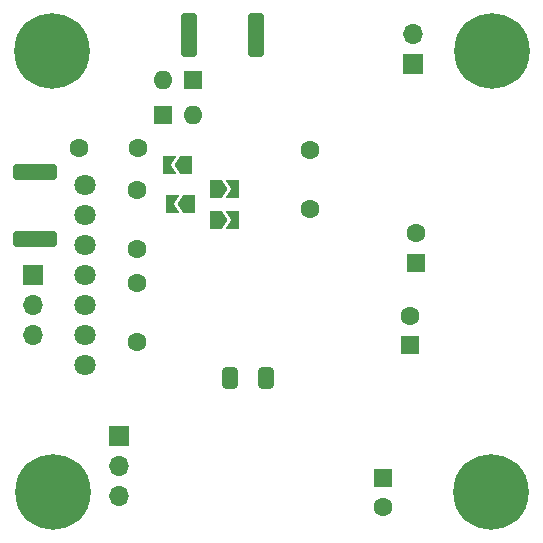
<source format=gbr>
%TF.GenerationSoftware,KiCad,Pcbnew,8.0.3-unknown-202406152119~3f4dc01d97~ubuntu22.04.1*%
%TF.CreationDate,2024-06-18T16:57:28+05:30*%
%TF.ProjectId,SDR-Board,5344522d-426f-4617-9264-2e6b69636164,rev?*%
%TF.SameCoordinates,Original*%
%TF.FileFunction,Soldermask,Bot*%
%TF.FilePolarity,Negative*%
%FSLAX46Y46*%
G04 Gerber Fmt 4.6, Leading zero omitted, Abs format (unit mm)*
G04 Created by KiCad (PCBNEW 8.0.3-unknown-202406152119~3f4dc01d97~ubuntu22.04.1) date 2024-06-18 16:57:28*
%MOMM*%
%LPD*%
G01*
G04 APERTURE LIST*
G04 Aperture macros list*
%AMRoundRect*
0 Rectangle with rounded corners*
0 $1 Rounding radius*
0 $2 $3 $4 $5 $6 $7 $8 $9 X,Y pos of 4 corners*
0 Add a 4 corners polygon primitive as box body*
4,1,4,$2,$3,$4,$5,$6,$7,$8,$9,$2,$3,0*
0 Add four circle primitives for the rounded corners*
1,1,$1+$1,$2,$3*
1,1,$1+$1,$4,$5*
1,1,$1+$1,$6,$7*
1,1,$1+$1,$8,$9*
0 Add four rect primitives between the rounded corners*
20,1,$1+$1,$2,$3,$4,$5,0*
20,1,$1+$1,$4,$5,$6,$7,0*
20,1,$1+$1,$6,$7,$8,$9,0*
20,1,$1+$1,$8,$9,$2,$3,0*%
%AMFreePoly0*
4,1,6,1.000000,0.000000,0.500000,-0.750000,-0.500000,-0.750000,-0.500000,0.750000,0.500000,0.750000,1.000000,0.000000,1.000000,0.000000,$1*%
%AMFreePoly1*
4,1,6,0.500000,-0.750000,-0.650000,-0.750000,-0.150000,0.000000,-0.650000,0.750000,0.500000,0.750000,0.500000,-0.750000,0.500000,-0.750000,$1*%
G04 Aperture macros list end*
%ADD10C,1.600000*%
%ADD11C,0.800000*%
%ADD12C,6.400000*%
%ADD13R,1.700000X1.700000*%
%ADD14O,1.700000X1.700000*%
%ADD15C,1.800000*%
%ADD16RoundRect,0.250000X0.425000X1.600000X-0.425000X1.600000X-0.425000X-1.600000X0.425000X-1.600000X0*%
%ADD17R,1.600000X1.600000*%
%ADD18O,1.600000X1.600000*%
%ADD19RoundRect,0.250000X-1.600000X0.425000X-1.600000X-0.425000X1.600000X-0.425000X1.600000X0.425000X0*%
%ADD20FreePoly0,0.000000*%
%ADD21FreePoly1,0.000000*%
%ADD22FreePoly0,180.000000*%
%ADD23FreePoly1,180.000000*%
%ADD24RoundRect,0.250000X0.412500X0.650000X-0.412500X0.650000X-0.412500X-0.650000X0.412500X-0.650000X0*%
G04 APERTURE END LIST*
D10*
%TO.C,C5*%
X97100000Y-65570000D03*
X102100000Y-65570000D03*
%TD*%
D11*
%TO.C,H4*%
X129552944Y-94697056D03*
X130255888Y-93000000D03*
X130255888Y-96394112D03*
X131952944Y-92297056D03*
D12*
X131952944Y-94697056D03*
D11*
X131952944Y-97097056D03*
X133650000Y-93000000D03*
X133650000Y-96394112D03*
X134352944Y-94697056D03*
%TD*%
D13*
%TO.C,J3*%
X100500000Y-89900000D03*
D14*
X100500000Y-92440000D03*
X100500000Y-94980000D03*
%TD*%
D15*
%TO.C,U1*%
X97600000Y-83880000D03*
X97600000Y-81340000D03*
X97600000Y-78800000D03*
X97600000Y-76260000D03*
X97600000Y-73720000D03*
X97600000Y-71180000D03*
X97600000Y-68640000D03*
%TD*%
D10*
%TO.C,C7*%
X102000000Y-82000000D03*
X102000000Y-77000000D03*
%TD*%
D16*
%TO.C,RX1*%
X106415000Y-55982500D03*
X112065000Y-55982500D03*
%TD*%
D17*
%TO.C,D3*%
X104244315Y-62750000D03*
D18*
X106784315Y-62750000D03*
%TD*%
D17*
%TO.C,C8*%
X125600000Y-75250000D03*
D10*
X125600000Y-72750000D03*
%TD*%
D11*
%TO.C,H2*%
X92402944Y-57302944D03*
X93105888Y-55605888D03*
X93105888Y-59000000D03*
X94802944Y-54902944D03*
D12*
X94802944Y-57302944D03*
D11*
X94802944Y-59702944D03*
X96500000Y-55605888D03*
X96500000Y-59000000D03*
X97202944Y-57302944D03*
%TD*%
D17*
%TO.C,C15*%
X122820000Y-93484888D03*
D10*
X122820000Y-95984888D03*
%TD*%
D13*
%TO.C,J1*%
X93200000Y-76275000D03*
D14*
X93200000Y-78815000D03*
X93200000Y-81355000D03*
%TD*%
D10*
%TO.C,C6*%
X116650000Y-70730000D03*
X116650000Y-65730000D03*
%TD*%
D19*
%TO.C,TX1*%
X93350000Y-73225000D03*
X93350000Y-67575000D03*
%TD*%
D11*
%TO.C,H1*%
X129700000Y-57350000D03*
X130402944Y-55652944D03*
X130402944Y-59047056D03*
X132100000Y-54950000D03*
D12*
X132100000Y-57350000D03*
D11*
X132100000Y-59750000D03*
X133797056Y-55652944D03*
X133797056Y-59047056D03*
X134500000Y-57350000D03*
%TD*%
D17*
%TO.C,D2*%
X106781370Y-59770000D03*
D18*
X104241370Y-59770000D03*
%TD*%
D17*
%TO.C,C13*%
X125150000Y-82245113D03*
D10*
X125150000Y-79745113D03*
%TD*%
D13*
%TO.C,J2*%
X125400000Y-58475000D03*
D14*
X125400000Y-55935000D03*
%TD*%
D11*
%TO.C,H3*%
X92452944Y-94697056D03*
X93155888Y-93000000D03*
X93155888Y-96394112D03*
X94852944Y-92297056D03*
D12*
X94852944Y-94697056D03*
D11*
X94852944Y-97097056D03*
X96550000Y-93000000D03*
X96550000Y-96394112D03*
X97252944Y-94697056D03*
%TD*%
D10*
%TO.C,C4*%
X102000000Y-74070000D03*
X102000000Y-69070000D03*
%TD*%
D20*
%TO.C,JP2*%
X108695000Y-71630000D03*
D21*
X110145000Y-71630000D03*
%TD*%
D22*
%TO.C,JP1*%
X106130000Y-67010000D03*
D23*
X104680000Y-67010000D03*
%TD*%
D24*
%TO.C,CD2*%
X112962500Y-85000000D03*
X109837500Y-85000000D03*
%TD*%
D20*
%TO.C,JP3*%
X108705000Y-68990000D03*
D21*
X110155000Y-68990000D03*
%TD*%
D22*
%TO.C,JP4*%
X106420000Y-70280000D03*
D23*
X104970000Y-70280000D03*
%TD*%
M02*

</source>
